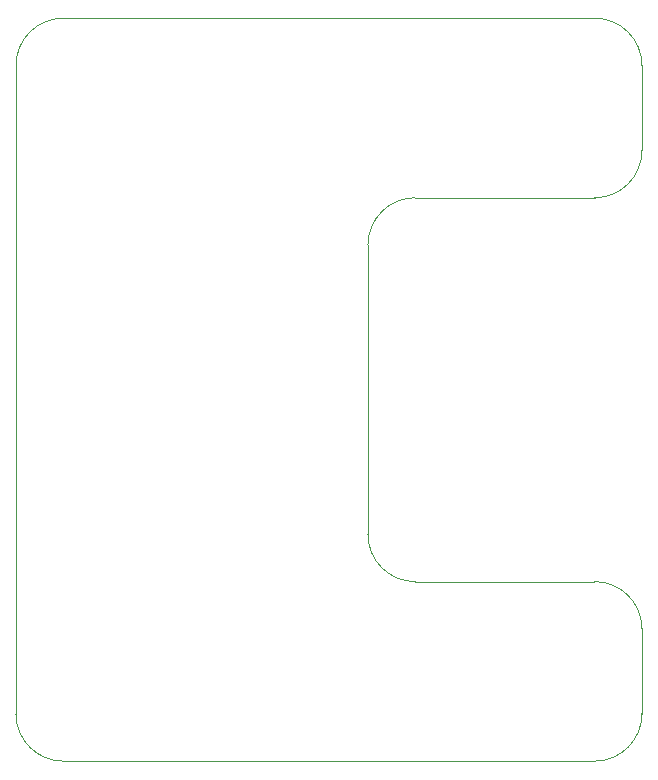
<source format=gbp>
G04 #@! TF.GenerationSoftware,KiCad,Pcbnew,9.0.3*
G04 #@! TF.CreationDate,2025-08-14T23:55:57-06:00*
G04 #@! TF.ProjectId,ProtoboardSourcePCB,50726f74-6f62-46f6-9172-64536f757263,rev?*
G04 #@! TF.SameCoordinates,Original*
G04 #@! TF.FileFunction,Paste,Bot*
G04 #@! TF.FilePolarity,Positive*
%FSLAX46Y46*%
G04 Gerber Fmt 4.6, Leading zero omitted, Abs format (unit mm)*
G04 Created by KiCad (PCBNEW 9.0.3) date 2025-08-14 23:55:57*
%MOMM*%
%LPD*%
G01*
G04 APERTURE LIST*
G04 #@! TA.AperFunction,Profile*
%ADD10C,0.050000*%
G04 #@! TD*
G04 APERTURE END LIST*
D10*
X159200000Y-39800000D02*
G75*
G02*
X163200000Y-43800000I0J-4000000D01*
G01*
X144000000Y-87500000D02*
G75*
G02*
X140000000Y-83500000I0J4000000D01*
G01*
X144000000Y-87500000D02*
X159171573Y-87500000D01*
X163200000Y-51000000D02*
G75*
G02*
X159200000Y-55000000I-4000000J0D01*
G01*
X159171573Y-87500000D02*
G75*
G02*
X163200000Y-91471573I28427J-4000000D01*
G01*
X163200000Y-98671573D02*
G75*
G02*
X159228427Y-102700000I-4000000J-28427D01*
G01*
X110200000Y-43800000D02*
G75*
G02*
X114200000Y-39800000I4000000J0D01*
G01*
X163200000Y-91471575D02*
X163200000Y-98671573D01*
X114228427Y-102699999D02*
X159228427Y-102700000D01*
X144000000Y-55000000D02*
X159200000Y-55000000D01*
X140000000Y-59000000D02*
X140000000Y-83500000D01*
X110200000Y-43800000D02*
X110200000Y-98728427D01*
X114228427Y-102700000D02*
G75*
G02*
X110200000Y-98728427I-28427J4000000D01*
G01*
X163200000Y-43800000D02*
X163200000Y-51000000D01*
X140000000Y-59000000D02*
G75*
G02*
X144000000Y-55000000I4000000J0D01*
G01*
X114200000Y-39800000D02*
X159200000Y-39800000D01*
M02*

</source>
